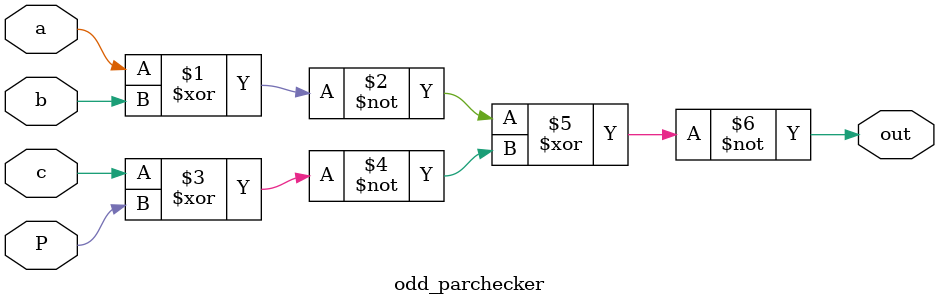
<source format=v>
module odd_parchecker(input a,b,c,P, output out);
  assign out=~((~(a^b))^(~(c^P)));
endmodule

</source>
